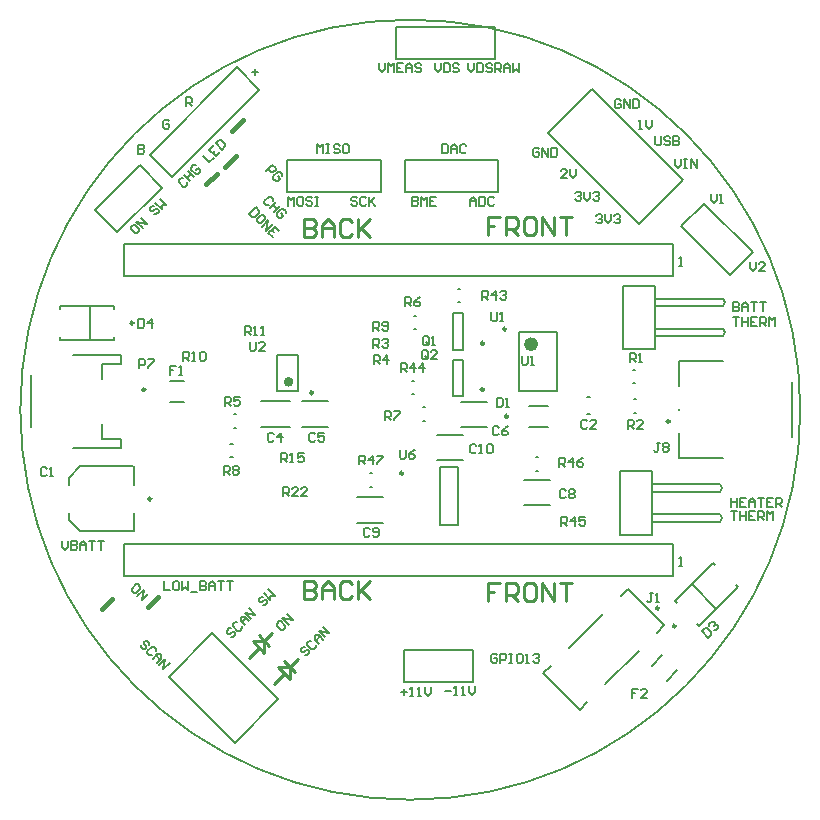
<source format=gto>
G04*
G04 #@! TF.GenerationSoftware,Altium Limited,Altium Designer,22.3.1 (43)*
G04*
G04 Layer_Color=65535*
%FSLAX25Y25*%
%MOIN*%
G70*
G04*
G04 #@! TF.SameCoordinates,40EC2BD7-1702-4D78-AAFC-A13D33BD6AE8*
G04*
G04*
G04 #@! TF.FilePolarity,Positive*
G04*
G01*
G75*
%ADD10C,0.00984*%
%ADD11C,0.02362*%
%ADD12C,0.01575*%
%ADD13C,0.00787*%
%ADD14C,0.01000*%
%ADD15C,0.00700*%
%ADD16C,0.00500*%
D10*
X658030Y449413D02*
G03*
X658030Y449413I-492J0D01*
G01*
X832877Y438763D02*
G03*
X832877Y438763I-492J0D01*
G01*
X744008Y421516D02*
G03*
X744008Y421516I-492J0D01*
G01*
X770949Y464848D02*
G03*
X770949Y464848I-492J0D01*
G01*
Y449432D02*
G03*
X770949Y449432I-492J0D01*
G01*
X778971Y440490D02*
G03*
X778971Y440490I-492J0D01*
G01*
X778380Y469570D02*
G03*
X778380Y469570I-492J0D01*
G01*
X660068Y412943D02*
G03*
X660068Y412943I-492J0D01*
G01*
X829309Y376544D02*
G03*
X829309Y376544I-492J0D01*
G01*
X654125Y471607D02*
G03*
X654125Y471607I-492J0D01*
G01*
X834876Y370575D02*
G03*
X834876Y370575I-492J0D01*
G01*
X713928Y448335D02*
G03*
X713928Y448335I-492J0D01*
G01*
D11*
X787829Y464531D02*
G03*
X787829Y464531I-1181J0D01*
G01*
D12*
X706644Y451977D02*
G03*
X706644Y451977I-787J0D01*
G01*
X687105Y535662D02*
X690585Y539142D01*
X678360Y517871D02*
X681839Y521351D01*
X684688Y523717D02*
X688168Y527197D01*
X643514Y376113D02*
X646994Y379593D01*
X658986Y376947D02*
X662465Y380427D01*
D13*
X850509Y469740D02*
X851297Y468480D01*
X850509Y467220D02*
X851297Y468480D01*
X827970Y469740D02*
X850509D01*
X827970Y467220D02*
X850509Y467220D01*
Y479740D02*
X851297Y478480D01*
X850509Y477220D02*
X851297Y478480D01*
X827970Y479740D02*
X850509Y479740D01*
X827970Y477220D02*
X850509D01*
X817379Y462890D02*
Y484071D01*
Y462890D02*
X827970D01*
Y484071D01*
X817379D02*
X827970D01*
X619939Y436815D02*
Y454138D01*
X634113Y429925D02*
X649861D01*
Y433075D01*
X643562D02*
X649861D01*
X643562D02*
X643562Y437996D01*
X643562Y457878D02*
X643562Y452957D01*
X643562Y457878D02*
X649861D01*
Y461028D01*
X634113D02*
X649861D01*
X831879Y352294D02*
X835359Y355774D01*
X826868Y357305D02*
X830348Y360785D01*
X666154Y452246D02*
X671076D01*
X666154Y445159D02*
X671076D01*
X835948Y426558D02*
Y434924D01*
Y442602D02*
Y442798D01*
Y450476D02*
Y458842D01*
X850614D01*
X873744Y433546D02*
Y451854D01*
X835948Y426558D02*
X850614D01*
X762288Y483033D02*
X763075D01*
X762288Y478506D02*
X763075D01*
X746802Y447906D02*
X747589D01*
X746802Y452434D02*
X747589D01*
X728727Y413530D02*
X737388D01*
X728727Y405065D02*
X737388D01*
X733005Y421497D02*
X733792D01*
X733005Y416970D02*
X733792D01*
X756190Y423672D02*
X762324D01*
Y404361D02*
Y423672D01*
X756190Y404361D02*
X762324D01*
X756190D02*
Y423672D01*
X784334Y410867D02*
X792995Y410867D01*
X784334Y419332D02*
X792995Y419332D01*
X788304Y422400D02*
X789091D01*
X788304Y426928D02*
X789091Y426928D01*
X755322Y425967D02*
X763983D01*
X755322Y434432D02*
X763983D01*
X641261Y509269D02*
X648750Y501780D01*
X663727Y516757D01*
X656239Y524246D02*
X663727Y516757D01*
X641261Y509269D02*
X656239Y524246D01*
X744606Y515199D02*
X775787D01*
X744606D02*
Y525790D01*
X775787D01*
Y515199D02*
Y525790D01*
X750565Y443447D02*
X751352Y443447D01*
X750565Y438920D02*
X751352Y438920D01*
X763863Y462646D02*
Y474850D01*
X760713D02*
X763863D01*
X760713Y462646D02*
Y474850D01*
Y462646D02*
X763863D01*
X760713Y447229D02*
X763863D01*
X760713D02*
Y459434D01*
X763863D01*
Y447229D02*
Y459434D01*
X747522Y473981D02*
X748310Y473981D01*
X747522Y469453D02*
X748310Y469453D01*
X763249Y436951D02*
X771911D01*
X763249Y445416D02*
X771911D01*
X785836Y444033D02*
X792184D01*
X785836Y436946D02*
X792184D01*
X782711Y448783D02*
X795309D01*
X782711Y468468D02*
X795309D01*
Y448783D02*
Y468468D01*
X782711Y448783D02*
Y468468D01*
X805276Y446892D02*
X806457Y446892D01*
X805276Y441183D02*
X806457Y441183D01*
X816462Y422231D02*
X827053D01*
Y401050D02*
Y422231D01*
X816462Y401050D02*
X827053D01*
X816462D02*
Y422231D01*
X827053Y415380D02*
X849592D01*
X827053Y417900D02*
X849592Y417900D01*
Y415380D02*
X850379Y416640D01*
X849592Y417900D02*
X850379Y416640D01*
X827053Y405380D02*
X849592Y405380D01*
X827053Y407900D02*
X849592D01*
Y405380D02*
X850379Y406640D01*
X849592Y407900D02*
X850379Y406640D01*
X820868Y441577D02*
X821656D01*
X820868Y446105D02*
X821656D01*
X654162Y417568D02*
Y423769D01*
Y402116D02*
Y408317D01*
X636446Y402116D02*
X654162D01*
X636412Y423771D02*
X654128Y423771D01*
X632509Y406053D02*
X636446Y402116D01*
X632515Y419839D02*
X636452Y423776D01*
X632509Y406053D02*
X632509Y408317D01*
X632476Y419800D02*
X632476Y417536D01*
X828622Y368415D02*
X831113Y370907D01*
X811362Y351155D02*
X822636Y362430D01*
X802885Y342678D02*
X805376Y345170D01*
X790747Y354816D02*
X802885Y342678D01*
X816484Y380553D02*
X818976Y383044D01*
X799224Y363293D02*
X810499Y374567D01*
X790747Y354816D02*
X793238Y357307D01*
X818976Y383044D02*
X831113Y370907D01*
X844279Y511338D02*
X860509Y495108D01*
X852992Y487591D02*
X860509Y495108D01*
X836762Y503821D02*
X852992Y487591D01*
X836762Y503821D02*
X844279Y511338D01*
X741581Y559685D02*
Y570315D01*
Y559685D02*
X774534D01*
Y570315D01*
X741581D02*
X774534D01*
X665811Y353767D02*
X680371Y368327D01*
X665811Y353767D02*
X687859Y331719D01*
X680371Y368327D02*
X702419Y346279D01*
X687859Y331719D02*
X702419Y346279D01*
X650924Y387385D02*
X833876D01*
X650924D02*
Y398015D01*
X833876D01*
Y387385D02*
Y398015D01*
X806862Y549594D02*
X837234Y519222D01*
X822675Y504662D02*
X837234Y519222D01*
X792303Y535035D02*
X822675Y504662D01*
X792303Y535035D02*
X806862Y549594D01*
X629518Y465859D02*
X647628D01*
X629518Y476430D02*
Y477355D01*
Y465859D02*
Y466784D01*
Y477355D02*
X647628D01*
Y476430D02*
Y477355D01*
Y465859D02*
Y466784D01*
X639656Y466292D02*
Y476922D01*
X840509Y384216D02*
X848025Y376700D01*
X834565Y378885D02*
X835219Y378231D01*
X842040Y371410D02*
X842694Y370756D01*
X855500Y383562D01*
X847371Y391691D02*
X848025Y391037D01*
X854846Y384216D02*
X855500Y383562D01*
X834565Y378885D02*
X847371Y391691D01*
X736523Y515185D02*
Y525776D01*
X705342D02*
X736523D01*
X705342Y515185D02*
Y525776D01*
Y515185D02*
X736523D01*
X744183Y351964D02*
Y362594D01*
Y351964D02*
X767136Y351964D01*
Y362594D01*
X744183Y362594D02*
X767136Y362594D01*
X833876Y487385D02*
Y498015D01*
X650924D02*
X833876D01*
X650924Y487385D02*
Y498015D01*
Y487385D02*
X833876D01*
X710164Y436913D02*
X718826D01*
X710164Y445575D02*
X718826D01*
X696716Y437012D02*
X706212Y437012D01*
X696716Y445476D02*
X706212Y445476D01*
X709006Y448827D02*
Y461032D01*
X701920Y448827D02*
Y461032D01*
Y448827D02*
X709006D01*
X701920Y461032D02*
X709006D01*
X686445Y431305D02*
X687233D01*
X686445Y426778D02*
X687233D01*
X687589Y441219D02*
X688376D01*
X687589Y436691D02*
X688376D01*
X820475Y451537D02*
X821262Y451537D01*
X820475Y456064D02*
X821262Y456064D01*
X659489Y527678D02*
X688609Y556798D01*
X696098Y549309D01*
X666978Y520189D02*
X696098Y549309D01*
X659489Y527678D02*
X666978Y520189D01*
D14*
X697761Y361660D02*
Y365533D01*
X695824Y367502D02*
X699372Y363954D01*
X692485Y360060D02*
X695824Y363400D01*
X693887Y365533D02*
X697761D01*
X693887D02*
X697761Y361660D01*
X695824Y363203D02*
Y363597D01*
Y363003D02*
Y363203D01*
X697761Y365533D02*
X700374Y368146D01*
X704375Y354502D02*
Y354895D01*
X702437Y356832D02*
X706312Y352958D01*
X702437Y356832D02*
X706312D01*
Y352958D02*
Y356832D01*
X708924Y359445D01*
X701035Y351359D02*
X704375Y354698D01*
Y358801D02*
X707923Y355253D01*
X710942Y385568D02*
Y379570D01*
X713941D01*
X714941Y380570D01*
Y381570D01*
X713941Y382569D01*
X710942D01*
X713941D01*
X714941Y383569D01*
Y384569D01*
X713941Y385568D01*
X710942D01*
X716940Y379570D02*
Y383569D01*
X718940Y385568D01*
X720939Y383569D01*
Y379570D01*
Y382569D01*
X716940D01*
X726937Y384569D02*
X725938Y385568D01*
X723938D01*
X722938Y384569D01*
Y380570D01*
X723938Y379570D01*
X725938D01*
X726937Y380570D01*
X728936Y385568D02*
Y379570D01*
Y381570D01*
X732935Y385568D01*
X729936Y382569D01*
X732935Y379570D01*
X710942Y506238D02*
Y500240D01*
X713941D01*
X714941Y501240D01*
Y502239D01*
X713941Y503239D01*
X710942D01*
X713941D01*
X714941Y504239D01*
Y505238D01*
X713941Y506238D01*
X710942D01*
X716940Y500240D02*
Y504239D01*
X718940Y506238D01*
X720939Y504239D01*
Y500240D01*
Y503239D01*
X716940D01*
X726937Y505238D02*
X725938Y506238D01*
X723938D01*
X722938Y505238D01*
Y501240D01*
X723938Y500240D01*
X725938D01*
X726937Y501240D01*
X728936Y506238D02*
Y500240D01*
Y502239D01*
X732935Y506238D01*
X729936Y503239D01*
X732935Y500240D01*
X776414Y506898D02*
X772415D01*
Y503899D01*
X774415D01*
X772415D01*
Y500900D01*
X778413D02*
Y506898D01*
X781413D01*
X782412Y505898D01*
Y503899D01*
X781413Y502899D01*
X778413D01*
X780413D02*
X782412Y500900D01*
X787411Y506898D02*
X785411D01*
X784412Y505898D01*
Y501900D01*
X785411Y500900D01*
X787411D01*
X788410Y501900D01*
Y505898D01*
X787411Y506898D01*
X790410Y500900D02*
Y506898D01*
X794408Y500900D01*
Y506898D01*
X796408D02*
X800406D01*
X798407D01*
Y500900D01*
X776414Y384997D02*
X772415D01*
Y381998D01*
X774415D01*
X772415D01*
Y378998D01*
X778413D02*
Y384997D01*
X781413D01*
X782412Y383997D01*
Y381998D01*
X781413Y380998D01*
X778413D01*
X780413D02*
X782412Y378998D01*
X787411Y384997D02*
X785411D01*
X784412Y383997D01*
Y379998D01*
X785411Y378998D01*
X787411D01*
X788410Y379998D01*
Y383997D01*
X787411Y384997D01*
X790410Y378998D02*
Y384997D01*
X794408Y378998D01*
Y384997D01*
X796408D02*
X800406D01*
X798407D01*
Y378998D01*
D15*
X693610Y555310D02*
X695609D01*
X694610Y556309D02*
Y554310D01*
X853162Y413371D02*
Y410371D01*
Y411871D01*
X855162D01*
Y413371D01*
Y410371D01*
X858161Y413371D02*
X856162D01*
Y410371D01*
X858161D01*
X856162Y411871D02*
X857161D01*
X859161Y410371D02*
Y412371D01*
X860160Y413371D01*
X861160Y412371D01*
Y410371D01*
Y411871D01*
X859161D01*
X862160Y413371D02*
X864159D01*
X863159D01*
Y410371D01*
X867158Y413371D02*
X865159D01*
Y410371D01*
X867158D01*
X865159Y411871D02*
X866158D01*
X868158Y410371D02*
Y413371D01*
X869657D01*
X870157Y412871D01*
Y411871D01*
X869657Y411371D01*
X868158D01*
X869157D02*
X870157Y410371D01*
X854062Y478549D02*
Y475550D01*
X855562D01*
X856062Y476050D01*
Y476550D01*
X855562Y477050D01*
X854062D01*
X855562D01*
X856062Y477550D01*
Y478050D01*
X855562Y478549D01*
X854062D01*
X857062Y475550D02*
Y477550D01*
X858061Y478549D01*
X859061Y477550D01*
Y475550D01*
Y477050D01*
X857062D01*
X860061Y478549D02*
X862060D01*
X861060D01*
Y475550D01*
X863060Y478549D02*
X865059D01*
X864059D01*
Y475550D01*
X853162Y408839D02*
X855162D01*
X854162D01*
Y405840D01*
X856162Y408839D02*
Y405840D01*
Y407339D01*
X858161D01*
Y408839D01*
Y405840D01*
X861160Y408839D02*
X859161D01*
Y405840D01*
X861160D01*
X859161Y407339D02*
X860160D01*
X862160Y405840D02*
Y408839D01*
X863659D01*
X864159Y408339D01*
Y407339D01*
X863659Y406840D01*
X862160D01*
X863159D02*
X864159Y405840D01*
X865159D02*
Y408839D01*
X866158Y407839D01*
X867158Y408839D01*
Y405840D01*
X801326Y514801D02*
X801826Y515301D01*
X802826D01*
X803326Y514801D01*
Y514301D01*
X802826Y513801D01*
X802326D01*
X802826D01*
X803326Y513302D01*
Y512802D01*
X802826Y512302D01*
X801826D01*
X801326Y512802D01*
X804325Y515301D02*
Y513302D01*
X805325Y512302D01*
X806325Y513302D01*
Y515301D01*
X807325Y514801D02*
X807824Y515301D01*
X808824D01*
X809324Y514801D01*
Y514301D01*
X808824Y513801D01*
X808324D01*
X808824D01*
X809324Y513302D01*
Y512802D01*
X808824Y512302D01*
X807824D01*
X807325Y512802D01*
X816598Y545757D02*
X816098Y546257D01*
X815098D01*
X814598Y545757D01*
Y543758D01*
X815098Y543258D01*
X816098D01*
X816598Y543758D01*
Y544758D01*
X815598D01*
X817597Y543258D02*
Y546257D01*
X819597Y543258D01*
Y546257D01*
X820596D02*
Y543258D01*
X822096D01*
X822596Y543758D01*
Y545757D01*
X822096Y546257D01*
X820596D01*
X789316Y529491D02*
X788816Y529991D01*
X787816D01*
X787317Y529491D01*
Y527492D01*
X787816Y526992D01*
X788816D01*
X789316Y527492D01*
Y528491D01*
X788316D01*
X790316Y526992D02*
Y529991D01*
X792315Y526992D01*
Y529991D01*
X793315D02*
Y526992D01*
X794814D01*
X795314Y527492D01*
Y529491D01*
X794814Y529991D01*
X793315D01*
X702668Y372126D02*
X701961Y371419D01*
Y370712D01*
X703375Y369298D01*
X704081D01*
X704788Y370005D01*
X704788Y370712D01*
X703375Y372126D01*
X702668Y372126D01*
X705849Y371065D02*
X703728Y373186D01*
X707262Y372479D01*
X705142Y374600D01*
X664335Y385449D02*
Y382450D01*
X666334D01*
X668833Y385449D02*
X667834D01*
X667334Y384949D01*
Y382950D01*
X667834Y382450D01*
X668833D01*
X669333Y382950D01*
Y384949D01*
X668833Y385449D01*
X670333D02*
Y382450D01*
X671332Y383450D01*
X672332Y382450D01*
Y385449D01*
X673332Y381950D02*
X675331D01*
X676331Y385449D02*
Y382450D01*
X677830D01*
X678330Y382950D01*
Y383450D01*
X677830Y383950D01*
X676331D01*
X677830D01*
X678330Y384449D01*
Y384949D01*
X677830Y385449D01*
X676331D01*
X679330Y382450D02*
Y384449D01*
X680330Y385449D01*
X681329Y384449D01*
Y382450D01*
Y383950D01*
X679330D01*
X682329Y385449D02*
X684328D01*
X683328D01*
Y382450D01*
X685328Y385449D02*
X687327D01*
X686328D01*
Y382450D01*
X775371Y360909D02*
X774871Y361409D01*
X773871D01*
X773371Y360909D01*
Y358910D01*
X773871Y358410D01*
X774871D01*
X775371Y358910D01*
Y359909D01*
X774371D01*
X776370Y358410D02*
Y361409D01*
X777870D01*
X778370Y360909D01*
Y359909D01*
X777870Y359409D01*
X776370D01*
X779369Y361409D02*
X780369D01*
X779869D01*
Y358410D01*
X779369D01*
X780369D01*
X783368Y361409D02*
X782369D01*
X781869Y360909D01*
Y358910D01*
X782369Y358410D01*
X783368D01*
X783868Y358910D01*
Y360909D01*
X783368Y361409D01*
X784868Y358410D02*
X785867D01*
X785367D01*
Y361409D01*
X784868Y360909D01*
X787367D02*
X787867Y361409D01*
X788866D01*
X789366Y360909D01*
Y360409D01*
X788866Y359909D01*
X788367D01*
X788866D01*
X789366Y359409D01*
Y358910D01*
X788866Y358410D01*
X787867D01*
X787367Y358910D01*
X630400Y398999D02*
Y397000D01*
X631400Y396000D01*
X632399Y397000D01*
Y398999D01*
X633399D02*
Y396000D01*
X634899D01*
X635398Y396500D01*
Y397000D01*
X634899Y397500D01*
X633399D01*
X634899D01*
X635398Y397999D01*
Y398499D01*
X634899Y398999D01*
X633399D01*
X636398Y396000D02*
Y397999D01*
X637398Y398999D01*
X638398Y397999D01*
Y396000D01*
Y397500D01*
X636398D01*
X639397Y398999D02*
X641397D01*
X640397D01*
Y396000D01*
X642396Y398999D02*
X644395D01*
X643396D01*
Y396000D01*
X655765Y530962D02*
Y527963D01*
X657265D01*
X657765Y528463D01*
Y528963D01*
X657265Y529463D01*
X655765D01*
X657265D01*
X657765Y529963D01*
Y530463D01*
X657265Y530962D01*
X655765D01*
X665999Y538862D02*
X665500Y539361D01*
X664500D01*
X664000Y538862D01*
Y536862D01*
X664500Y536362D01*
X665500D01*
X665999Y536862D01*
Y537862D01*
X665000D01*
X671623Y543911D02*
Y546910D01*
X673123D01*
X673622Y546410D01*
Y545410D01*
X673123Y544910D01*
X671623D01*
X672623D02*
X673622Y543911D01*
X670573Y519874D02*
X669866Y519874D01*
X669160Y519168D01*
Y518461D01*
X670573Y517047D01*
X671280D01*
X671987Y517754D01*
X671987Y518461D01*
X670927Y520935D02*
X673047Y518814D01*
X671987Y519874D01*
X673401Y521288D01*
X672340Y522348D01*
X674461Y520228D01*
X674815Y524116D02*
X674108D01*
X673401Y523409D01*
Y522702D01*
X674815Y521288D01*
X675521D01*
X676228Y521995D01*
X676228Y522702D01*
X675521Y523409D01*
X674815Y522702D01*
X677289Y527297D02*
X679409Y525176D01*
X680823Y526590D01*
Y530831D02*
X679409Y529417D01*
X681530Y527297D01*
X682944Y528710D01*
X680470Y528357D02*
X681177Y529064D01*
X681530Y531538D02*
X683650Y529417D01*
X684711Y530478D01*
X684711Y531184D01*
X683297Y532598D01*
X682590Y532598D01*
X681530Y531538D01*
X747100Y513748D02*
Y510749D01*
X748600D01*
X749099Y511249D01*
Y511749D01*
X748600Y512248D01*
X747100D01*
X748600D01*
X749099Y512748D01*
Y513248D01*
X748600Y513748D01*
X747100D01*
X750099Y510749D02*
Y513748D01*
X751099Y512748D01*
X752098Y513748D01*
Y510749D01*
X755097Y513748D02*
X753098D01*
Y510749D01*
X755097D01*
X753098Y512248D02*
X754098D01*
X711322Y363616D02*
X710615Y363616D01*
X709908Y362909D01*
Y362202D01*
X710262Y361849D01*
X710969Y361849D01*
X711675Y362556D01*
X712382Y362556D01*
X712736Y362202D01*
X712736Y361495D01*
X712029Y360788D01*
X711322D01*
X713443Y365736D02*
X712736Y365737D01*
X712029Y365030D01*
Y364323D01*
X713443Y362909D01*
X714150D01*
X714856Y363616D01*
X714856Y364323D01*
X715917Y364676D02*
X714503Y366090D01*
Y367504D01*
X715917D01*
X717331Y366090D01*
X716270Y367150D01*
X714856Y365737D01*
X718037Y366797D02*
X715917Y368917D01*
X719451Y368211D01*
X717331Y370331D01*
X758100Y348946D02*
X760099D01*
X761099Y347446D02*
X762099D01*
X761599D01*
Y350445D01*
X761099Y349945D01*
X763598Y347446D02*
X764598D01*
X764098D01*
Y350445D01*
X763598Y349945D01*
X766097Y350445D02*
Y348446D01*
X767097Y347446D01*
X768097Y348446D01*
Y350445D01*
X743458Y348687D02*
X745457D01*
X744457Y349687D02*
Y347687D01*
X746457Y347187D02*
X747456D01*
X746956D01*
Y350186D01*
X746457Y349687D01*
X748956Y347187D02*
X749956D01*
X749456D01*
Y350186D01*
X748956Y349687D01*
X751455Y350186D02*
Y348187D01*
X752455Y347187D01*
X753454Y348187D01*
Y350186D01*
X700571Y512354D02*
X700571Y513061D01*
X699864Y513768D01*
X699157D01*
X697743Y512354D01*
Y511647D01*
X698450Y510940D01*
X699157Y510940D01*
X701631Y512001D02*
X699511Y509880D01*
X700571Y510940D01*
X701985Y509526D01*
X703045Y510587D01*
X700924Y508466D01*
X704812Y508113D02*
Y508819D01*
X704105Y509526D01*
X703399D01*
X701985Y508113D01*
Y507406D01*
X702692Y506699D01*
X703399Y506699D01*
X704105Y507406D01*
X703399Y508113D01*
X694828Y510113D02*
X692707Y507993D01*
X693768Y506932D01*
X694475Y506932D01*
X695888Y508346D01*
X695888Y509053D01*
X694828Y510113D01*
X698009Y506932D02*
X697302Y507639D01*
X696595D01*
X695181Y506225D01*
Y505519D01*
X695888Y504812D01*
X696595Y504812D01*
X698009Y506225D01*
X698009Y506932D01*
X696949Y503752D02*
X699069Y505872D01*
X698362Y502338D01*
X700483Y504458D01*
X702604Y502338D02*
X701190Y503752D01*
X699069Y501631D01*
X700483Y500217D01*
X700130Y502691D02*
X700836Y501984D01*
X698290Y522208D02*
X700411Y524328D01*
X701471Y523268D01*
X701471Y522561D01*
X700764Y521854D01*
X700057Y521854D01*
X698997Y522915D01*
X703591Y520441D02*
X703592Y521147D01*
X702885Y521854D01*
X702178D01*
X700764Y520441D01*
Y519734D01*
X701471Y519027D01*
X702178Y519027D01*
X702885Y519734D01*
X702178Y520441D01*
X859600Y491917D02*
Y489917D01*
X860600Y488918D01*
X861599Y489917D01*
Y491917D01*
X864598Y488918D02*
X862599D01*
X864598Y490917D01*
Y491417D01*
X864099Y491917D01*
X863099D01*
X862599Y491417D01*
X846502Y514627D02*
Y512628D01*
X847501Y511628D01*
X848501Y512628D01*
Y514627D01*
X849501Y511628D02*
X850501D01*
X850001D01*
Y514627D01*
X849501Y514127D01*
X854062Y473439D02*
X856062D01*
X855062D01*
Y470440D01*
X857062Y473439D02*
Y470440D01*
Y471940D01*
X859061D01*
Y473439D01*
Y470440D01*
X862060Y473439D02*
X860061D01*
Y470440D01*
X862060D01*
X860061Y471940D02*
X861060D01*
X863060Y470440D02*
Y473439D01*
X864559D01*
X865059Y472939D01*
Y471940D01*
X864559Y471440D01*
X863060D01*
X864059D02*
X865059Y470440D01*
X866059D02*
Y473439D01*
X867058Y472439D01*
X868058Y473439D01*
Y470440D01*
X834571Y526285D02*
Y524286D01*
X835571Y523286D01*
X836570Y524286D01*
Y526285D01*
X837570D02*
X838570D01*
X838070D01*
Y523286D01*
X837570D01*
X838570D01*
X840069D02*
Y526285D01*
X842068Y523286D01*
Y526285D01*
X828100Y533869D02*
Y531370D01*
X828600Y530870D01*
X829600D01*
X830099Y531370D01*
Y533869D01*
X833098Y533369D02*
X832599Y533869D01*
X831599D01*
X831099Y533369D01*
Y532869D01*
X831599Y532370D01*
X832599D01*
X833098Y531870D01*
Y531370D01*
X832599Y530870D01*
X831599D01*
X831099Y531370D01*
X834098Y533869D02*
Y530870D01*
X835598D01*
X836098Y531370D01*
Y531870D01*
X835598Y532370D01*
X834098D01*
X835598D01*
X836098Y532869D01*
Y533369D01*
X835598Y533869D01*
X834098D01*
X808397Y507421D02*
X808897Y507921D01*
X809897D01*
X810397Y507421D01*
Y506921D01*
X809897Y506421D01*
X809397D01*
X809897D01*
X810397Y505921D01*
Y505421D01*
X809897Y504921D01*
X808897D01*
X808397Y505421D01*
X811397Y507921D02*
Y505921D01*
X812396Y504921D01*
X813396Y505921D01*
Y507921D01*
X814396Y507421D02*
X814895Y507921D01*
X815895D01*
X816395Y507421D01*
Y506921D01*
X815895Y506421D01*
X815395D01*
X815895D01*
X816395Y505921D01*
Y505421D01*
X815895Y504921D01*
X814895D01*
X814396Y505421D01*
X822540Y536431D02*
X823539D01*
X823040D01*
Y539430D01*
X822540Y538930D01*
X825039Y539430D02*
Y537430D01*
X826038Y536431D01*
X827038Y537430D01*
Y539430D01*
X798581Y519922D02*
X796582D01*
X798581Y521921D01*
Y522421D01*
X798081Y522921D01*
X797082D01*
X796582Y522421D01*
X799581Y522921D02*
Y520922D01*
X800580Y519922D01*
X801580Y520922D01*
Y522921D01*
X766343Y510749D02*
Y512748D01*
X767343Y513748D01*
X768343Y512748D01*
Y510749D01*
Y512248D01*
X766343D01*
X769342Y513748D02*
Y510749D01*
X770842D01*
X771342Y511249D01*
Y513248D01*
X770842Y513748D01*
X769342D01*
X774341Y513248D02*
X773841Y513748D01*
X772841D01*
X772341Y513248D01*
Y511249D01*
X772841Y510749D01*
X773841D01*
X774341Y511249D01*
X756972Y531261D02*
Y528262D01*
X758471D01*
X758971Y528761D01*
Y530761D01*
X758471Y531261D01*
X756972D01*
X759971Y528262D02*
Y530261D01*
X760970Y531261D01*
X761970Y530261D01*
Y528262D01*
Y529761D01*
X759971D01*
X764969Y530761D02*
X764469Y531261D01*
X763470D01*
X762970Y530761D01*
Y528761D01*
X763470Y528262D01*
X764469D01*
X764969Y528761D01*
X728648Y513248D02*
X728149Y513748D01*
X727149D01*
X726649Y513248D01*
Y512748D01*
X727149Y512248D01*
X728149D01*
X728648Y511749D01*
Y511249D01*
X728149Y510749D01*
X727149D01*
X726649Y511249D01*
X731647Y513248D02*
X731148Y513748D01*
X730148D01*
X729648Y513248D01*
Y511249D01*
X730148Y510749D01*
X731148D01*
X731647Y511249D01*
X732647Y513748D02*
Y510749D01*
Y511749D01*
X734646Y513748D01*
X733147Y512248D01*
X734646Y510749D01*
X715443Y528262D02*
Y531261D01*
X716442Y530261D01*
X717442Y531261D01*
Y528262D01*
X718442Y531261D02*
X719441D01*
X718941D01*
Y528262D01*
X718442D01*
X719441D01*
X722940Y530761D02*
X722440Y531261D01*
X721441D01*
X720941Y530761D01*
Y530261D01*
X721441Y529761D01*
X722440D01*
X722940Y529261D01*
Y528761D01*
X722440Y528262D01*
X721441D01*
X720941Y528761D01*
X725439Y531261D02*
X724440D01*
X723940Y530761D01*
Y528761D01*
X724440Y528262D01*
X725439D01*
X725939Y528761D01*
Y530761D01*
X725439Y531261D01*
X705719Y510749D02*
Y513748D01*
X706718Y512748D01*
X707718Y513748D01*
Y510749D01*
X710217Y513748D02*
X709218D01*
X708718Y513248D01*
Y511249D01*
X709218Y510749D01*
X710217D01*
X710717Y511249D01*
Y513248D01*
X710217Y513748D01*
X713716Y513248D02*
X713216Y513748D01*
X712217D01*
X711717Y513248D01*
Y512748D01*
X712217Y512248D01*
X713216D01*
X713716Y511749D01*
Y511249D01*
X713216Y510749D01*
X712217D01*
X711717Y511249D01*
X714716Y513748D02*
X715716D01*
X715216D01*
Y510749D01*
X714716D01*
X715716D01*
X765643Y558150D02*
Y556151D01*
X766643Y555151D01*
X767643Y556151D01*
Y558150D01*
X768642D02*
Y555151D01*
X770142D01*
X770642Y555651D01*
Y557650D01*
X770142Y558150D01*
X768642D01*
X773641Y557650D02*
X773141Y558150D01*
X772141D01*
X771641Y557650D01*
Y557150D01*
X772141Y556650D01*
X773141D01*
X773641Y556151D01*
Y555651D01*
X773141Y555151D01*
X772141D01*
X771641Y555651D01*
X774640Y555151D02*
Y558150D01*
X776140D01*
X776640Y557650D01*
Y556650D01*
X776140Y556151D01*
X774640D01*
X775640D02*
X776640Y555151D01*
X777639D02*
Y557150D01*
X778639Y558150D01*
X779639Y557150D01*
Y555151D01*
Y556650D01*
X777639D01*
X780639Y558150D02*
Y555151D01*
X781638Y556151D01*
X782638Y555151D01*
Y558150D01*
X754546D02*
Y556151D01*
X755545Y555151D01*
X756545Y556151D01*
Y558150D01*
X757545D02*
Y555151D01*
X759044D01*
X759544Y555651D01*
Y557650D01*
X759044Y558150D01*
X757545D01*
X762543Y557650D02*
X762043Y558150D01*
X761044D01*
X760544Y557650D01*
Y557150D01*
X761044Y556650D01*
X762043D01*
X762543Y556151D01*
Y555651D01*
X762043Y555151D01*
X761044D01*
X760544Y555651D01*
X736101Y558150D02*
Y556151D01*
X737101Y555151D01*
X738101Y556151D01*
Y558150D01*
X739100Y555151D02*
Y558150D01*
X740100Y557150D01*
X741100Y558150D01*
Y555151D01*
X744099Y558150D02*
X742099D01*
Y555151D01*
X744099D01*
X742099Y556650D02*
X743099D01*
X745098Y555151D02*
Y557150D01*
X746098Y558150D01*
X747098Y557150D01*
Y555151D01*
Y556650D01*
X745098D01*
X750097Y557650D02*
X749597Y558150D01*
X748597D01*
X748097Y557650D01*
Y557150D01*
X748597Y556650D01*
X749597D01*
X750097Y556151D01*
Y555651D01*
X749597Y555151D01*
X748597D01*
X748097Y555651D01*
X654005Y504264D02*
X653298Y503557D01*
Y502850D01*
X654712Y501437D01*
X655419D01*
X656126Y502143D01*
X656126Y502850D01*
X654712Y504264D01*
X654005Y504264D01*
X657186Y503204D02*
X655065Y505324D01*
X658600Y504617D01*
X656479Y506738D01*
X661074Y510626D02*
X660367Y510626D01*
X659660Y509919D01*
Y509212D01*
X660013Y508859D01*
X660720D01*
X661427Y509566D01*
X662134D01*
X662488Y509212D01*
Y508505D01*
X661781Y507798D01*
X661074D01*
X661427Y511686D02*
X663548Y509566D01*
Y510979D01*
X664962Y510979D01*
X662841Y513100D01*
X659460Y364307D02*
X659460Y365014D01*
X658753Y365721D01*
X658046D01*
X657693Y365368D01*
X657693Y364661D01*
X658400Y363954D01*
X658400Y363247D01*
X658046Y362894D01*
X657339Y362894D01*
X656633Y363601D01*
Y364307D01*
X661581Y362187D02*
X661581Y362894D01*
X660874Y363601D01*
X660167D01*
X658753Y362187D01*
Y361480D01*
X659460Y360773D01*
X660167Y360773D01*
X660521Y359713D02*
X661934Y361126D01*
X663348D01*
Y359713D01*
X661934Y358299D01*
X662995Y359359D01*
X661581Y360773D01*
X662641Y357592D02*
X664762Y359713D01*
X664055Y356178D01*
X666176Y358299D01*
X656454Y383749D02*
X655747Y384456D01*
X655040D01*
X653627Y383043D01*
Y382336D01*
X654333Y381629D01*
X655040Y381629D01*
X656454Y383043D01*
X656454Y383749D01*
X655394Y380569D02*
X657514Y382689D01*
X656808Y379155D01*
X658928Y381275D01*
X686668Y369781D02*
X685961Y369781D01*
X685254Y369074D01*
Y368367D01*
X685607Y368014D01*
X686314Y368014D01*
X687021Y368720D01*
X687728Y368720D01*
X688082Y368367D01*
X688082Y367660D01*
X687375Y366953D01*
X686668D01*
X688789Y371901D02*
X688082Y371901D01*
X687375Y371194D01*
Y370487D01*
X688789Y369074D01*
X689495D01*
X690202Y369781D01*
X690202Y370487D01*
X691262Y370841D02*
X689849Y372255D01*
Y373669D01*
X691262D01*
X692676Y372255D01*
X691616Y373315D01*
X690202Y371901D01*
X693383Y372962D02*
X691262Y375082D01*
X694797Y374375D01*
X692676Y376496D01*
X697271Y380384D02*
X696564Y380384D01*
X695857Y379677D01*
Y378970D01*
X696211Y378617D01*
X696918D01*
X697624Y379324D01*
X698331D01*
X698685Y378970D01*
Y378263D01*
X697978Y377556D01*
X697271D01*
X697624Y381444D02*
X699745Y379324D01*
Y380737D01*
X701159Y380737D01*
X699038Y382858D01*
X836100Y390732D02*
X837100D01*
X836600D01*
Y393731D01*
X836100Y393231D01*
Y490731D02*
X837100D01*
X836600D01*
Y493731D01*
X836100Y493231D01*
X768447Y430730D02*
X767948Y431230D01*
X766948D01*
X766448Y430730D01*
Y428731D01*
X766948Y428231D01*
X767948D01*
X768447Y428731D01*
X769447Y428231D02*
X770447D01*
X769947D01*
Y431230D01*
X769447Y430730D01*
X771946D02*
X772446Y431230D01*
X773446D01*
X773946Y430730D01*
Y428731D01*
X773446Y428231D01*
X772446D01*
X771946Y428731D01*
Y430730D01*
X742908Y429412D02*
Y426913D01*
X743408Y426413D01*
X744408D01*
X744907Y426913D01*
Y429412D01*
X747906D02*
X746907Y428912D01*
X745907Y427913D01*
Y426913D01*
X746407Y426413D01*
X747406D01*
X747906Y426913D01*
Y427413D01*
X747406Y427913D01*
X745907D01*
X729400Y424436D02*
Y427435D01*
X730899D01*
X731399Y426935D01*
Y425936D01*
X730899Y425436D01*
X729400D01*
X730399D02*
X731399Y424436D01*
X733898D02*
Y427435D01*
X732399Y425936D01*
X734398D01*
X735398Y427435D02*
X737397D01*
Y426935D01*
X735398Y424936D01*
Y424436D01*
X796070Y423644D02*
Y426643D01*
X797570D01*
X798070Y426144D01*
Y425144D01*
X797570Y424644D01*
X796070D01*
X797070D02*
X798070Y423644D01*
X800569D02*
Y426643D01*
X799069Y425144D01*
X801069D01*
X804068Y426643D02*
X803068Y426144D01*
X802069Y425144D01*
Y424144D01*
X802568Y423644D01*
X803568D01*
X804068Y424144D01*
Y424644D01*
X803568Y425144D01*
X802069D01*
X796730Y403995D02*
Y406994D01*
X798229D01*
X798729Y406494D01*
Y405495D01*
X798229Y404995D01*
X796730D01*
X797730D02*
X798729Y403995D01*
X801229D02*
Y406994D01*
X799729Y405495D01*
X801728D01*
X804727Y406994D02*
X802728D01*
Y405495D01*
X803728Y405995D01*
X804228D01*
X804727Y405495D01*
Y404495D01*
X804228Y403995D01*
X803228D01*
X802728Y404495D01*
X743197Y455163D02*
Y458162D01*
X744696D01*
X745196Y457662D01*
Y456663D01*
X744696Y456163D01*
X743197D01*
X744196D02*
X745196Y455163D01*
X747695D02*
Y458162D01*
X746196Y456663D01*
X748195D01*
X750694Y455163D02*
Y458162D01*
X749195Y456663D01*
X751194D01*
X770446Y479270D02*
Y482269D01*
X771946D01*
X772446Y481769D01*
Y480769D01*
X771946Y480270D01*
X770446D01*
X771446D02*
X772446Y479270D01*
X774945D02*
Y482269D01*
X773445Y480769D01*
X775445D01*
X776444Y481769D02*
X776944Y482269D01*
X777944D01*
X778444Y481769D01*
Y481269D01*
X777944Y480769D01*
X777444D01*
X777944D01*
X778444Y480270D01*
Y479770D01*
X777944Y479270D01*
X776944D01*
X776444Y479770D01*
X829605Y431761D02*
X828605D01*
X829105D01*
Y429262D01*
X828605Y428762D01*
X828106D01*
X827606Y429262D01*
X830605Y431261D02*
X831105Y431761D01*
X832104D01*
X832604Y431261D01*
Y430762D01*
X832104Y430262D01*
X832604Y429762D01*
Y429262D01*
X832104Y428762D01*
X831105D01*
X830605Y429262D01*
Y429762D01*
X831105Y430262D01*
X830605Y430762D01*
Y431261D01*
X831105Y430262D02*
X832104D01*
X732899Y402868D02*
X732399Y403368D01*
X731399D01*
X730899Y402868D01*
Y400869D01*
X731399Y400369D01*
X732399D01*
X732899Y400869D01*
X733898D02*
X734398Y400369D01*
X735398D01*
X735898Y400869D01*
Y402868D01*
X735398Y403368D01*
X734398D01*
X733898Y402868D01*
Y402368D01*
X734398Y401868D01*
X735898D01*
X798267Y415740D02*
X797768Y416240D01*
X796768D01*
X796268Y415740D01*
Y413741D01*
X796768Y413241D01*
X797768D01*
X798267Y413741D01*
X799267Y415740D02*
X799767Y416240D01*
X800767D01*
X801266Y415740D01*
Y415241D01*
X800767Y414741D01*
X801266Y414241D01*
Y413741D01*
X800767Y413241D01*
X799767D01*
X799267Y413741D01*
Y414241D01*
X799767Y414741D01*
X799267Y415241D01*
Y415740D01*
X799767Y414741D02*
X800767D01*
X655797Y472977D02*
Y469978D01*
X657297D01*
X657796Y470478D01*
Y472477D01*
X657297Y472977D01*
X655797D01*
X660296Y469978D02*
Y472977D01*
X658796Y471478D01*
X660795D01*
X843597Y368801D02*
X845718Y366681D01*
X846778Y367741D01*
X846778Y368448D01*
X845364Y369862D01*
X844657Y369862D01*
X843597Y368801D01*
X846071Y370568D02*
Y371275D01*
X846778Y371982D01*
X847485Y371982D01*
X847838Y371629D01*
Y370922D01*
X847485Y370568D01*
X847838Y370922D01*
X848545Y370922D01*
X848899Y370568D01*
X848899Y369862D01*
X848192Y369155D01*
X847485D01*
X704106Y413774D02*
Y416773D01*
X705606D01*
X706105Y416273D01*
Y415274D01*
X705606Y414774D01*
X704106D01*
X705106D02*
X706105Y413774D01*
X709104D02*
X707105D01*
X709104Y415773D01*
Y416273D01*
X708605Y416773D01*
X707605D01*
X707105Y416273D01*
X712104Y413774D02*
X710104D01*
X712104Y415773D01*
Y416273D01*
X711604Y416773D01*
X710604D01*
X710104Y416273D01*
X668391Y457332D02*
X666392D01*
Y455833D01*
X667391D01*
X666392D01*
Y454333D01*
X669391D02*
X670390D01*
X669890D01*
Y457332D01*
X669391Y456832D01*
X822136Y349745D02*
X820137D01*
Y348246D01*
X821137D01*
X820137D01*
Y346746D01*
X825136D02*
X823136D01*
X825136Y348746D01*
Y349245D01*
X824636Y349745D01*
X823636D01*
X823136Y349245D01*
X775900Y436608D02*
X775400Y437108D01*
X774401D01*
X773901Y436608D01*
Y434609D01*
X774401Y434109D01*
X775400D01*
X775900Y434609D01*
X778899Y437108D02*
X777900Y436608D01*
X776900Y435609D01*
Y434609D01*
X777400Y434109D01*
X778399D01*
X778899Y434609D01*
Y435109D01*
X778399Y435609D01*
X776900D01*
X714695Y434566D02*
X714195Y435066D01*
X713196D01*
X712696Y434566D01*
Y432567D01*
X713196Y432067D01*
X714195D01*
X714695Y432567D01*
X717694Y435066D02*
X715695D01*
Y433567D01*
X716694Y434066D01*
X717194D01*
X717694Y433567D01*
Y432567D01*
X717194Y432067D01*
X716195D01*
X715695Y432567D01*
X700900Y434560D02*
X700400Y435060D01*
X699401D01*
X698901Y434560D01*
Y432561D01*
X699401Y432061D01*
X700400D01*
X700900Y432561D01*
X703399Y432061D02*
Y435060D01*
X701900Y433561D01*
X703899D01*
X692837Y465414D02*
Y462915D01*
X693337Y462415D01*
X694337D01*
X694837Y462915D01*
Y465414D01*
X697836Y462415D02*
X695836D01*
X697836Y464415D01*
Y464915D01*
X697336Y465414D01*
X696336D01*
X695836Y464915D01*
X773460Y475241D02*
Y472742D01*
X773960Y472242D01*
X774960D01*
X775459Y472742D01*
Y475241D01*
X776459Y472242D02*
X777459D01*
X776959D01*
Y475241D01*
X776459Y474742D01*
X703463Y425133D02*
Y428132D01*
X704963D01*
X705463Y427632D01*
Y426632D01*
X704963Y426133D01*
X703463D01*
X704463D02*
X705463Y425133D01*
X706462D02*
X707462D01*
X706962D01*
Y428132D01*
X706462Y427632D01*
X710961Y428132D02*
X708962D01*
Y426632D01*
X709961Y427132D01*
X710461D01*
X710961Y426632D01*
Y425633D01*
X710461Y425133D01*
X709461D01*
X708962Y425633D01*
X691236Y467437D02*
Y470436D01*
X692735D01*
X693235Y469937D01*
Y468937D01*
X692735Y468437D01*
X691236D01*
X692236D02*
X693235Y467437D01*
X694235D02*
X695235D01*
X694735D01*
Y470436D01*
X694235Y469937D01*
X696734Y467437D02*
X697734D01*
X697234D01*
Y470436D01*
X696734Y469937D01*
X670716Y458995D02*
Y461994D01*
X672215D01*
X672715Y461494D01*
Y460495D01*
X672215Y459995D01*
X670716D01*
X671715D02*
X672715Y458995D01*
X673715D02*
X674715D01*
X674215D01*
Y461994D01*
X673715Y461494D01*
X676214D02*
X676714Y461994D01*
X677713D01*
X678213Y461494D01*
Y459495D01*
X677713Y458995D01*
X676714D01*
X676214Y459495D01*
Y461494D01*
X734024Y468937D02*
Y471936D01*
X735523D01*
X736023Y471436D01*
Y470436D01*
X735523Y469937D01*
X734024D01*
X735023D02*
X736023Y468937D01*
X737023Y469437D02*
X737523Y468937D01*
X738522D01*
X739022Y469437D01*
Y471436D01*
X738522Y471936D01*
X737523D01*
X737023Y471436D01*
Y470936D01*
X737523Y470436D01*
X739022D01*
X684206Y420958D02*
Y423957D01*
X685705D01*
X686205Y423457D01*
Y422458D01*
X685705Y421958D01*
X684206D01*
X685206D02*
X686205Y420958D01*
X687205Y423457D02*
X687705Y423957D01*
X688704D01*
X689204Y423457D01*
Y422958D01*
X688704Y422458D01*
X689204Y421958D01*
Y421458D01*
X688704Y420958D01*
X687705D01*
X687205Y421458D01*
Y421958D01*
X687705Y422458D01*
X687205Y422958D01*
Y423457D01*
X687705Y422458D02*
X688704D01*
X737834Y439142D02*
Y442141D01*
X739334D01*
X739833Y441641D01*
Y440641D01*
X739334Y440141D01*
X737834D01*
X738834D02*
X739833Y439142D01*
X740833Y442141D02*
X742832D01*
Y441641D01*
X740833Y439642D01*
Y439142D01*
X744763Y477165D02*
Y480164D01*
X746263D01*
X746763Y479665D01*
Y478665D01*
X746263Y478165D01*
X744763D01*
X745763D02*
X746763Y477165D01*
X749762Y480164D02*
X748762Y479665D01*
X747762Y478665D01*
Y477665D01*
X748262Y477165D01*
X749262D01*
X749762Y477665D01*
Y478165D01*
X749262Y478665D01*
X747762D01*
X684599Y444075D02*
Y447074D01*
X686099D01*
X686599Y446574D01*
Y445575D01*
X686099Y445075D01*
X684599D01*
X685599D02*
X686599Y444075D01*
X689598Y447074D02*
X687599D01*
Y445575D01*
X688598Y446075D01*
X689098D01*
X689598Y445575D01*
Y444575D01*
X689098Y444075D01*
X688098D01*
X687599Y444575D01*
X734147Y457870D02*
Y460869D01*
X735647D01*
X736147Y460370D01*
Y459370D01*
X735647Y458870D01*
X734147D01*
X735147D02*
X736147Y457870D01*
X738646D02*
Y460869D01*
X737146Y459370D01*
X739146D01*
X734024Y463348D02*
Y466348D01*
X735523D01*
X736023Y465848D01*
Y464848D01*
X735523Y464348D01*
X734024D01*
X735023D02*
X736023Y463348D01*
X737023Y465848D02*
X737523Y466348D01*
X738522D01*
X739022Y465848D01*
Y465348D01*
X738522Y464848D01*
X738022D01*
X738522D01*
X739022Y464348D01*
Y463848D01*
X738522Y463348D01*
X737523D01*
X737023Y463848D01*
X818870Y436301D02*
Y439299D01*
X820370D01*
X820870Y438800D01*
Y437800D01*
X820370Y437300D01*
X818870D01*
X819870D02*
X820870Y436301D01*
X823869D02*
X821869D01*
X823869Y438300D01*
Y438800D01*
X823369Y439299D01*
X822369D01*
X821869Y438800D01*
X819593Y458507D02*
Y461507D01*
X821093D01*
X821592Y461007D01*
Y460007D01*
X821093Y459507D01*
X819593D01*
X820593D02*
X821592Y458507D01*
X822592D02*
X823592D01*
X823092D01*
Y461507D01*
X822592Y461007D01*
X752162Y460032D02*
Y462032D01*
X751662Y462531D01*
X750663D01*
X750163Y462032D01*
Y460032D01*
X750663Y459532D01*
X751662D01*
X751163Y460532D02*
X752162Y459532D01*
X751662D02*
X752162Y460032D01*
X755161Y459532D02*
X753162D01*
X755161Y461532D01*
Y462032D01*
X754661Y462531D01*
X753662D01*
X753162Y462032D01*
X752510Y464626D02*
Y466625D01*
X752010Y467125D01*
X751011D01*
X750511Y466625D01*
Y464626D01*
X751011Y464126D01*
X752010D01*
X751511Y465126D02*
X752510Y464126D01*
X752010D02*
X752510Y464626D01*
X753510Y464126D02*
X754510D01*
X754010D01*
Y467125D01*
X753510Y466625D01*
X655990Y456531D02*
Y459530D01*
X657490D01*
X657990Y459031D01*
Y458031D01*
X657490Y457531D01*
X655990D01*
X658989Y459530D02*
X660989D01*
Y459031D01*
X658989Y457031D01*
Y456531D01*
X827216Y381553D02*
X826216D01*
X826716D01*
Y379054D01*
X826216Y378554D01*
X825716D01*
X825216Y379054D01*
X828216Y378554D02*
X829215D01*
X828715D01*
Y381553D01*
X828216Y381053D01*
X775300Y446665D02*
Y443666D01*
X776799D01*
X777299Y444166D01*
Y446165D01*
X776799Y446665D01*
X775300D01*
X778299Y443666D02*
X779299D01*
X778799D01*
Y446665D01*
X778299Y446165D01*
X805367Y438872D02*
X804867Y439372D01*
X803867D01*
X803368Y438872D01*
Y436873D01*
X803867Y436373D01*
X804867D01*
X805367Y436873D01*
X808366Y436373D02*
X806367D01*
X808366Y438372D01*
Y438872D01*
X807866Y439372D01*
X806866D01*
X806367Y438872D01*
X625144Y423064D02*
X624644Y423563D01*
X623645D01*
X623145Y423064D01*
Y421064D01*
X623645Y420565D01*
X624644D01*
X625144Y421064D01*
X626144Y420565D02*
X627143D01*
X626644D01*
Y423563D01*
X626144Y423064D01*
X783510Y460624D02*
Y458125D01*
X784010Y457625D01*
X785009D01*
X785509Y458125D01*
Y460624D01*
X786509Y457625D02*
X787509D01*
X787009D01*
Y460624D01*
X786509Y460124D01*
D16*
X876400Y442700D02*
G03*
X876400Y442700I-130000J0D01*
G01*
M02*

</source>
